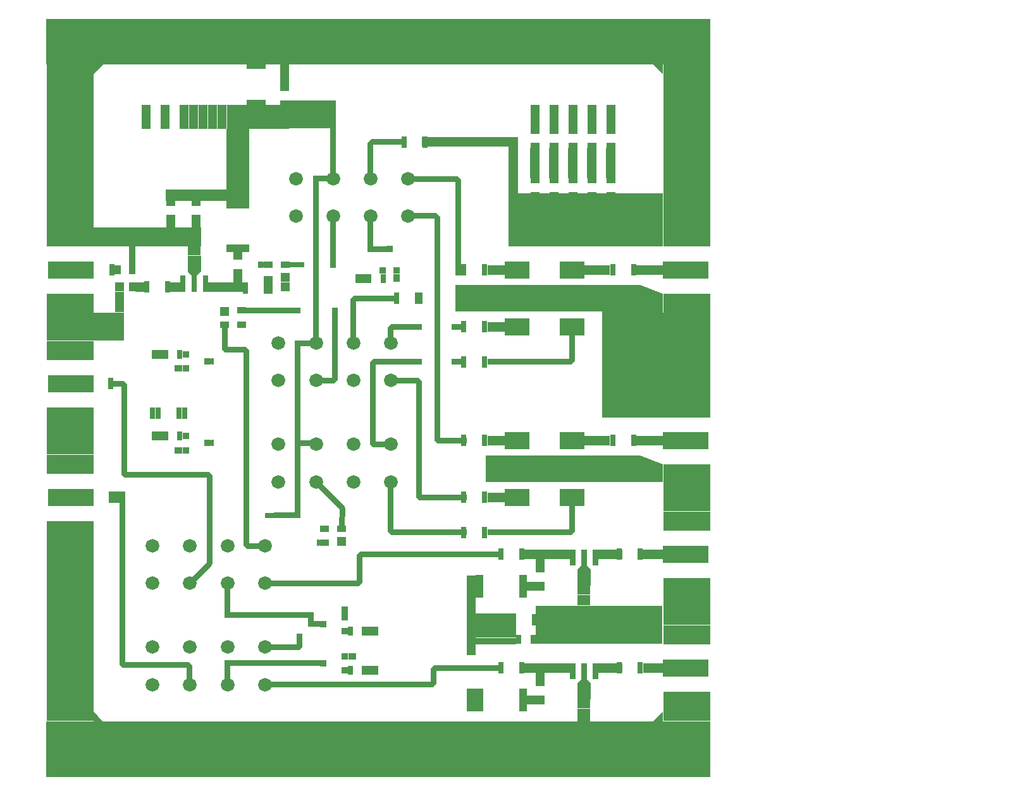
<source format=gbr>
G04 ===== Begin FILE IDENTIFICATION =====*
G04 File Format:  Gerber RS274X*
G04 ===== End FILE IDENTIFICATION =====*
%FSLAX26Y26*%
%MOIN*%
%SFA1.0000B1.0000*%
%OFA0.0B0.0*%
%ADD14R,0.040000X0.120000*%
%ADD15R,0.035000X0.050000*%
%ADD16R,0.050000X0.050000*%
%ADD17R,0.250000X0.100000*%
%ADD18R,0.050000X0.035000*%
%ADD19R,0.120000X0.040000*%
%ADD20C,0.030000*%
%ADD21R,0.030000X0.060000*%
%ADD22R,0.050000X0.025000*%
%ADD23R,0.050000X0.125000*%
%ADD24R,0.100000X0.030000*%
%ADD25C,0.050000*%
%ADD26R,0.036000X0.032000*%
%ADD27R,0.032000X0.036000*%
%ADD28R,0.025000X0.050000*%
%ADD29C,0.072000*%
%ADD30R,0.017500X0.035000*%
%ADD31R,0.029993X0.060000*%
%ADD32R,0.017831X0.032000*%
%ADD33R,0.015000X0.060000*%
%ADD34R,0.216750X0.036008*%
%ADD35R,0.050000X0.060000*%
%ADD36R,0.050000X0.030000*%
%ADD37R,0.090000X0.030000*%
%ADD38R,0.320000X0.005000*%
%ADD39R,0.050000X0.361000*%
%ADD40R,0.050000X0.120000*%
%ADD41R,0.050000X0.061250*%
%ADD42R,0.250000X0.055250*%
%ADD43R,3.500000X0.294750*%
%ADD44R,0.250000X0.150000*%
%ADD45R,3.500000X0.240000*%
%ADD46R,0.085000X0.060000*%
%ADD47R,0.030000X0.035000*%
%ADD48R,0.032000X0.041951*%
%ADD49R,0.041951X0.032000*%
%ADD50R,0.200000X0.150000*%
%ADD51R,0.096750X0.050000*%
%ADD52R,0.060000X0.050000*%
%ADD53R,0.250000X0.955250*%
%ADD54R,0.050000X0.045000*%
%ADD55R,0.050000X0.040000*%
%ADD56R,0.070000X0.055000*%
%ADD57R,0.070000X0.065250*%
%ADD58R,0.330000X0.125000*%
%ADD59R,0.216750X0.125000*%
%ADD60R,0.070000X0.050000*%
%ADD61R,0.050000X0.115000*%
%ADD62R,0.035000X0.100000*%
%ADD63R,0.220000X0.100000*%
%ADD64R,0.671250X0.205000*%
%ADD65R,0.346000X0.100000*%
%ADD66R,0.100000X0.280250*%
%ADD67R,0.665000X0.280250*%
%ADD68R,0.250000X0.860000*%
%ADD69R,0.247254X0.150000*%
%ADD70R,0.120250X0.320000*%
%ADD71R,0.440500X0.060000*%
%ADD72R,0.050000X0.110000*%
%LNpc1*%
%IPPOS*%
%LPD*%
G75*
G36*
G01X766000Y2645000D02*
G01X746000Y2665000D01*
G01Y2750000D01*
G01X816000D01*
G01Y2665000D01*
G01X794000Y2645000D01*
G01X766000D01*
G37*
G36*
G01X766000Y2560000D02*
G01Y2645000D01*
G01X794000D01*
G01Y2560000D01*
G01X766000D01*
G37*
G36*
G01X826000Y2560000D02*
G01Y2645000D01*
G01X854000D01*
G01Y2560000D01*
G01X826000D01*
G37*
G36*
G01X706000Y2560000D02*
G01Y2645000D01*
G01X734000D01*
G01Y2560000D01*
G01X706000D01*
G37*
D14*
X2512000Y1005000D03*
X2282000D03*
D15*
X452500Y2585000D03*
D16*
X385000D03*
D15*
X452500Y2675000D03*
X377500D03*
G36*
G01X2415000Y2595000D02*
G01X2835000D01*
G01Y2455000D01*
G01X2415000D01*
G01Y2595000D01*
G37*
G36*
G01X2705000Y2720000D02*
G01X2835000D01*
G01Y2630000D01*
G01X2705000D01*
G01Y2720000D01*
G37*
G36*
G01X2705000Y2420000D02*
G01X2835000D01*
G01Y2330000D01*
G01X2705000D01*
G01Y2420000D01*
G37*
G36*
G01X2415000Y2420000D02*
G01X2545000D01*
G01Y2330000D01*
G01X2415000D01*
G01Y2420000D01*
G37*
G36*
G01X2415000Y2720000D02*
G01X2545000D01*
G01Y2630000D01*
G01X2415000D01*
G01Y2720000D01*
G37*
D17*
X125000Y1900000D03*
Y2250000D03*
G36*
G01X10000Y2030000D02*
G01Y2120000D01*
G01X250000D01*
G01Y2030000D01*
G01X10000D01*
G37*
D17*
X125000Y2500000D03*
Y2850000D03*
G36*
G01X10000Y2630000D02*
G01Y2720000D01*
G01X250000D01*
G01Y2630000D01*
G01X10000D01*
G37*
D17*
X125000Y1300000D03*
Y1650000D03*
G36*
G01X10000Y1430000D02*
G01Y1520000D01*
G01X250000D01*
G01Y1430000D01*
G01X10000D01*
G37*
D17*
X3375000Y2500000D03*
Y2850000D03*
G36*
G01X3490000Y2630000D02*
G01Y2720000D01*
G01X3250000D01*
G01Y2630000D01*
G01X3490000D01*
G37*
D17*
X3375000Y1600000D03*
Y1950000D03*
G36*
G01X3490000Y1730000D02*
G01Y1820000D01*
G01X3250000D01*
G01Y1730000D01*
G01X3490000D01*
G37*
G36*
G01X2415000Y1695000D02*
G01X2835000D01*
G01Y1555000D01*
G01X2415000D01*
G01Y1695000D01*
G37*
G36*
G01X2705000Y1820000D02*
G01X2835000D01*
G01Y1730000D01*
G01X2705000D01*
G01Y1820000D01*
G37*
G36*
G01X2705000Y1520000D02*
G01X2835000D01*
G01Y1430000D01*
G01X2705000D01*
G01Y1520000D01*
G37*
G36*
G01X2415000Y1520000D02*
G01X2545000D01*
G01Y1430000D01*
G01X2415000D01*
G01Y1520000D01*
G37*
G36*
G01X2415000Y1820000D02*
G01X2545000D01*
G01Y1730000D01*
G01X2415000D01*
G01Y1820000D01*
G37*
D18*
X1260000Y2702500D03*
D16*
Y2635000D03*
D18*
X1170000Y2702500D03*
Y2627500D03*
X1557500Y1310000D03*
D16*
Y1242500D03*
D18*
X1467500Y1310000D03*
Y1235000D03*
X940000Y2387500D03*
D16*
Y2455000D03*
D18*
X1030000Y2387500D03*
Y2462500D03*
D19*
X1010500Y2790000D03*
Y3020000D03*
D20*
X2140000Y3350000D03*
D21*
X640000Y2585000D03*
X530000D03*
D22*
X1011250Y2667500D03*
Y2742500D03*
D21*
X2310000Y1290000D03*
X2200000D03*
D23*
X525000Y3822500D03*
X625000D03*
X725000D03*
X825000D03*
X925000D03*
Y3482500D03*
X825000D03*
X725000D03*
X625000D03*
X525000D03*
X2575000Y3822500D03*
X2675000D03*
X2775000D03*
X2875000D03*
X2975000D03*
Y3482500D03*
X2875000D03*
X2775000D03*
X2675000D03*
X2575000D03*
D20*
X867169Y1762000D03*
G36*
G01X2849000Y515000D02*
G01X2869000Y495000D01*
G01Y410000D01*
G01X2799000D01*
G01Y495000D01*
G01X2821000Y515000D01*
G01X2849000D01*
G37*
G36*
G01X2849000Y600000D02*
G01Y515000D01*
G01X2821000D01*
G01Y600000D01*
G01X2849000D01*
G37*
G36*
G01X2789000Y600000D02*
G01Y515000D01*
G01X2761000D01*
G01Y600000D01*
G01X2789000D01*
G37*
G36*
G01X2909000Y600000D02*
G01Y515000D01*
G01X2881000D01*
G01Y600000D01*
G01X2909000D01*
G37*
D22*
X655000Y2952500D03*
Y3027500D03*
D24*
X1105000Y3560000D03*
Y3750000D03*
D14*
X2512000Y405000D03*
X2282000D03*
D22*
X2975000Y3332500D03*
Y3407500D03*
X2875000Y3332500D03*
Y3407500D03*
X2975000Y3072500D03*
Y3147500D03*
X2875000Y3072500D03*
Y3147500D03*
X1255000Y3557500D03*
Y3632500D03*
X791000Y3027500D03*
Y2952500D03*
D17*
X3375000Y1000000D03*
Y1350000D03*
G36*
G01X3490000Y1130000D02*
G01Y1220000D01*
G01X3250000D01*
G01Y1130000D01*
G01X3490000D01*
G37*
D17*
X3375000Y400000D03*
Y750000D03*
G36*
G01X3490000Y530000D02*
G01Y620000D01*
G01X3250000D01*
G01Y530000D01*
G01X3490000D01*
G37*
D20*
X1715470Y562500D03*
D21*
X345000Y1475000D03*
X235000D03*
X2310000Y1775000D03*
X2200000D03*
G36*
G01X2849000Y1115000D02*
G01X2869000Y1095000D01*
G01Y1010000D01*
G01X2799000D01*
G01Y1095000D01*
G01X2821000Y1115000D01*
G01X2849000D01*
G37*
G36*
G01X2849000Y1200000D02*
G01Y1115000D01*
G01X2821000D01*
G01Y1200000D01*
G01X2849000D01*
G37*
G36*
G01X2789000Y1200000D02*
G01Y1115000D01*
G01X2761000D01*
G01Y1200000D01*
G01X2789000D01*
G37*
G36*
G01X2909000Y1200000D02*
G01Y1115000D01*
G01X2881000D01*
G01Y1200000D01*
G01X2909000D01*
G37*
D25*
X2975000Y3245000D03*
D20*
X690218Y1724500D03*
X1137518Y2703014D03*
D21*
X3130000Y575000D03*
X3020000D03*
D25*
X2575000Y3245000D03*
D21*
X3095000Y1775000D03*
X2985000D03*
D20*
X1442500Y1235000D03*
X1335000Y740000D03*
X1215000Y1380000D03*
D26*
X735169Y2156500D03*
X849169Y2194000D03*
X735169Y2231500D03*
D27*
X1847500Y2672500D03*
X1810000Y2786500D03*
X1772500Y2672500D03*
D25*
X2240000Y970000D03*
D20*
X690218Y2156500D03*
X867169Y2194000D03*
D28*
X1603000Y562500D03*
X1678000D03*
D22*
X2603750Y492500D03*
Y417500D03*
D26*
X1572500Y637500D03*
X1458500Y600000D03*
X1572500Y562500D03*
D25*
X2240000Y1040000D03*
D26*
X1572500Y844500D03*
X1458500Y807000D03*
X1572500Y769500D03*
D21*
X2310000Y1475000D03*
X2200000D03*
X2310000Y2675000D03*
X2200000D03*
X2310000Y2190000D03*
X2200000D03*
X2310000Y2375000D03*
X2200000D03*
D20*
X1965000Y2190000D03*
X2150000D03*
X1965000Y2375000D03*
X2150000D03*
X1617451Y637500D03*
X1574500Y887451D03*
X1847500Y2627549D03*
D21*
X340000Y2075000D03*
X230000D03*
D28*
X629669Y1799500D03*
X704669D03*
D26*
X735169Y1724500D03*
X849169Y1762000D03*
X735169Y1799500D03*
D28*
X629669Y2231500D03*
X704669D03*
D20*
X1325000Y2462500D03*
D21*
X1955000Y2525000D03*
X1845000D03*
D20*
X1520000Y2462500D03*
D29*
X1152000Y1022250D03*
X955000D03*
X758000D03*
X561000D03*
X1152000Y1219250D03*
X955000D03*
X758000D03*
X561000D03*
D22*
X2575000Y3332500D03*
Y3407500D03*
D21*
X3095000Y2675000D03*
X2985000D03*
D28*
X2566250Y725000D03*
X2491250D03*
D21*
X2573750Y831008D03*
X2463750D03*
D22*
X2603750Y1092500D03*
Y1017500D03*
D28*
X1776000Y2629500D03*
X1701000D03*
D20*
X50000Y1775000D03*
D21*
X2505000Y575000D03*
X2395000D03*
D20*
X2850000Y147375D03*
X225000Y1775000D03*
X2650000Y147375D03*
D29*
X1815662Y2092202D03*
X1618662D03*
X1421662D03*
X1224662D03*
X1815662Y2289202D03*
X1618662D03*
X1421662D03*
X1224662D03*
D20*
X2450000Y147375D03*
D29*
X1815662Y1558202D03*
X1618662D03*
X1421662D03*
X1224662D03*
X1815662Y1755202D03*
X1618662D03*
X1421662D03*
X1224662D03*
D20*
X2250000Y147375D03*
X450000D03*
D25*
X2875000Y3245000D03*
D20*
X650000Y147375D03*
D25*
X2775000Y3245000D03*
D20*
X850000Y147375D03*
X250000Y2375000D03*
X1050000Y147375D03*
X50000Y2375000D03*
X125000Y1150000D03*
X2050000Y147375D03*
X125000Y950000D03*
X1850000Y147375D03*
X125000Y750000D03*
X1650000Y147375D03*
X125000Y550000D03*
X1450000Y147375D03*
X125000Y350000D03*
X1250000Y147375D03*
X3050000D03*
X2628750Y814500D03*
X2828750Y802500D03*
X3028750D03*
X3228750D03*
X2775000Y1625000D03*
X2975000D03*
X3175000D03*
X3450000Y1475000D03*
X3300000D03*
X3405000Y2430000D03*
Y2230000D03*
Y2030000D03*
Y2920000D03*
Y3120000D03*
Y3320000D03*
Y3520000D03*
X3150000Y3880000D03*
X2950000D03*
X2750000D03*
X2550000D03*
X2350000D03*
X2150000D03*
X1950000D03*
X1750000D03*
X1550000D03*
X1350000D03*
X1150000D03*
X950000D03*
X750000D03*
X550000D03*
X350000D03*
X135000Y3660000D03*
Y3460000D03*
Y3260000D03*
Y3060000D03*
X250000Y2850000D03*
X450000D03*
X650000D03*
D21*
X3130000Y1175000D03*
X3020000D03*
X2505000D03*
X2395000D03*
D20*
X1512254Y2702500D03*
X1345000D03*
D22*
X2775000Y3072500D03*
Y3147500D03*
D20*
X2535000Y2925000D03*
X2715000D03*
X2935000D03*
X3135000D03*
D22*
X2675000Y3072500D03*
Y3147500D03*
X2775000Y3332500D03*
Y3407500D03*
D20*
X3135000Y1947625D03*
D22*
X2675000Y3332500D03*
Y3407500D03*
D25*
Y3245000D03*
D20*
X2825000Y2525000D03*
X2975000D03*
X3175000D03*
X3300000Y875000D03*
X3450000D03*
X3405000Y3720000D03*
D29*
X1152000Y488250D03*
X955000D03*
X758000D03*
X561000D03*
X1152000Y685250D03*
X955000D03*
X758000D03*
X561000D03*
D22*
X2575000Y3072500D03*
Y3147500D03*
D20*
X1260000Y2580000D03*
D25*
X1380000Y3495000D03*
X1455000D03*
X2240000Y682592D03*
Y370000D03*
Y440000D03*
D21*
X345000Y2675000D03*
X235000D03*
D20*
X559999Y1920241D03*
D29*
X1906254Y2961046D03*
X1709254D03*
X1512254D03*
X1315254D03*
X1906254Y3158046D03*
X1709254D03*
X1512254D03*
X1315254D03*
D20*
X730000Y1920000D03*
D28*
X1603000Y769500D03*
X1678000D03*
D21*
X1885000Y3350000D03*
X1995000D03*
D20*
X1970000Y2525000D03*
X1165000Y1380000D03*
D21*
X1160000Y2580000D03*
X1050000D03*
D20*
X2330000Y3350000D03*
X2170000Y2565000D03*
Y2485000D03*
X2330000Y1665000D03*
Y1585000D03*
D21*
X700000Y1920000D03*
X590000D03*
D20*
X1715500Y769500D03*
X590000Y1797500D03*
X592169Y2231500D03*
X1663500Y2629500D03*
X1562500Y1242500D03*
X1457500Y1310000D03*
X1040000Y2387500D03*
X930000Y2455000D03*
G36*
G01X355000Y2060000D02*
G01X395000D01*
G01Y1598000D01*
G01X413000Y1580000D01*
G01X845000D01*
G01Y1485000D01*
G01Y1470000D01*
G01X875000D01*
G01Y1485000D01*
G01Y1592000D01*
G01X857000Y1610000D01*
G01X425000D01*
G01Y2072000D01*
G01X407000Y2090000D01*
G01X355000D01*
G01X340000D01*
G01Y2060000D01*
G01X355000D01*
G37*
G36*
G01X1505000Y2462500D02*
G01Y2107202D01*
G01X1421662D01*
G01X1406662D01*
G01Y2077202D01*
G01X1421662D01*
G01X1517000D01*
G01X1535000Y2095202D01*
G01Y2462500D01*
G01Y2477500D01*
G01X1505000D01*
G01Y2462500D01*
G37*
G36*
G01X1040000Y2447500D02*
G01Y2477500D01*
G01X1340000D01*
G01Y2447500D01*
G01X1040000D01*
G37*
G36*
G01X385000Y1440000D02*
G01Y593000D01*
G01X403000Y575000D01*
G01X740000D01*
G01Y488250D01*
G01Y473250D01*
G01X770000D01*
G01Y488250D01*
G01Y587000D01*
G01X752000Y605000D01*
G01X415000D01*
G01Y1440000D01*
G01Y1455000D01*
G01X385000D01*
G01Y1440000D01*
G37*
G36*
G01X845000Y1485000D02*
G01Y1131213D01*
G01X744393Y1030607D01*
G01X733787Y1020000D01*
G01X755000Y998787D01*
G01X765607Y1009393D01*
G01X869000Y1112787D01*
G01X875000Y1127272D01*
G01Y1485000D01*
G01Y1500000D01*
G01X845000D01*
G01Y1485000D01*
G37*
G36*
G01X925000Y2370000D02*
G01Y2258000D01*
G01X943000Y2240000D01*
G01X1040000D01*
G01Y1222250D01*
G01X1058000Y1204250D01*
G01X1152000D01*
G01X1167000D01*
G01Y1234250D01*
G01X1152000D01*
G01X1070000D01*
G01Y2252000D01*
G01X1052000Y2270000D01*
G01X955000D01*
G01Y2370000D01*
G01Y2385000D01*
G01X925000D01*
G01Y2370000D01*
G37*
D30*
X1433750Y1235000D03*
D21*
X730000Y1920000D03*
D31*
X560003D03*
G36*
G01X1421662Y2304202D02*
G01X1310000D01*
G01Y1745000D01*
G01X1421662D01*
G01X1436662D01*
G01Y1775000D01*
G01X1421662D01*
G01X1340000D01*
G01Y2274202D01*
G01X1421662D01*
G01X1436662D01*
G01Y2304202D01*
G01X1421662D01*
G37*
G36*
G01X1512254Y3173046D02*
G01X1406662D01*
G01Y2289202D01*
G01Y2274202D01*
G01X1436662D01*
G01Y2289202D01*
G01Y3143046D01*
G01X1512254D01*
G01X1527254D01*
G01Y3173046D01*
G01X1512254D01*
G37*
G36*
G01X1497254Y2961046D02*
G01Y2702500D01*
G01Y2687500D01*
G01X1527254D01*
G01Y2702500D01*
G01Y2961046D01*
G01Y2976046D01*
G01X1497254D01*
G01Y2961046D01*
G37*
G36*
G01X2315000Y1555000D02*
G01Y1695000D01*
G01X2415000D01*
G01Y1555000D01*
G01X2315000D01*
G37*
D32*
X876085Y1762000D03*
D33*
X1977500Y2525000D03*
G36*
G01X2155000Y2455000D02*
G01Y2595000D01*
G01X2415000D01*
G01Y2455000D01*
G01X2155000D01*
G37*
D34*
X2370375Y718004D03*
G36*
G01X1694254Y2961046D02*
G01Y2771500D01*
G01X1794000D01*
G01X1809000D01*
G01Y2801500D01*
G01X1794000D01*
G01X1724254D01*
G01Y2961046D01*
G01Y2976046D01*
G01X1694254D01*
G01Y2961046D01*
G37*
G36*
G01X1440500Y822000D02*
G01X1410000D01*
G01Y870000D01*
G01X970000D01*
G01Y1022250D01*
G01Y1037250D01*
G01X940000D01*
G01Y1022250D01*
G01Y840000D01*
G01X1380000D01*
G01Y792000D01*
G01X1440500D01*
G01X1455500D01*
G01Y822000D01*
G01X1440500D01*
G37*
G36*
G01X1830000Y2540000D02*
G01X1621662D01*
G01X1603662Y2522000D01*
G01Y2289202D01*
G01Y2274202D01*
G01X1633662D01*
G01Y2289202D01*
G01Y2510000D01*
G01X1830000D01*
G01X1845000D01*
G01Y2540000D01*
G01X1830000D01*
G37*
D35*
X1170000Y2580000D03*
D36*
X1175000Y1380000D03*
D16*
X1260000Y2585000D03*
G36*
G01X1572495Y1327095D02*
G01X1574946Y1417782D01*
G01X1569325Y1431889D01*
G01X1430607Y1570607D01*
G01X1420000Y1581213D01*
G01X1398787Y1560000D01*
G01X1409393Y1549393D01*
G01X1544831Y1413956D01*
G01X1542505Y1327905D01*
G01X1542100Y1312911D01*
G01X1572089Y1312100D01*
G01X1572495Y1327095D01*
G37*
G36*
G01X1800662Y2274202D02*
G01X1830662D01*
G01Y2360000D01*
G01X1980000D01*
G01Y2390000D01*
G01X1818662D01*
G01X1800662Y2372000D01*
G01Y2274202D01*
G37*
D37*
X1315000Y2702500D03*
G36*
G01X3250000Y294750D02*
G01Y345000D01*
G01X3199978Y294750D01*
G01X3250000D01*
G37*
G36*
G01X250000Y294750D02*
G01Y345000D01*
G01X296015Y294750D01*
G01X250000D01*
G37*
G36*
G01X3250000Y3760000D02*
G01X3200000D01*
G01X3250000Y3710000D01*
G01Y3760000D01*
G37*
G36*
G01X250000Y3760000D02*
G01Y3710000D01*
G01X300000Y3760000D01*
G01X250000D01*
G37*
G36*
G01X2750000Y3160000D02*
G01Y3245000D01*
G01X2800000D01*
G01Y3160000D01*
G01X2750000D01*
G37*
G36*
G01X2650000Y3160000D02*
G01Y3245000D01*
G01X2700000D01*
G01Y3160000D01*
G01X2650000D01*
G37*
G36*
G01X2650000Y3245000D02*
G01Y3320000D01*
G01X2700000D01*
G01Y3245000D01*
G01X2650000D01*
G37*
G36*
G01X1152000Y1007250D02*
G01X1647000D01*
G01X1665000Y1025250D01*
G01Y1160000D01*
G01X2395000D01*
G01X2410000D01*
G01Y1190000D01*
G01X2395000D01*
G01X1653000D01*
G01X1635000Y1172000D01*
G01Y1037250D01*
G01X1152000D01*
G01X1137000D01*
G01Y1007250D01*
G01X1152000D01*
G37*
G36*
G01X2325000Y2350000D02*
G01Y2400000D01*
G01X2415000D01*
G01Y2350000D01*
G01X2325000D01*
G37*
D23*
X775000Y3482500D03*
G36*
G01X1310000Y1760000D02*
G01Y1395000D01*
G01X1215000D01*
G01X1200000D01*
G01Y1365000D01*
G01X1215000D01*
G01X1340000D01*
G01Y1760000D01*
G01Y1775000D01*
G01X1310000D01*
G01Y1760000D01*
G37*
G36*
G01X1870000Y3365000D02*
G01X1712254D01*
G01X1694254Y3347000D01*
G01Y3158046D01*
G01Y3143046D01*
G01X1724254D01*
G01Y3158046D01*
G01Y3335000D01*
G01X1870000D01*
G01X1885000D01*
G01Y3365000D01*
G01X1870000D01*
G37*
G36*
G01X2325000Y1450000D02*
G01Y1500000D01*
G01X2415000D01*
G01Y1450000D01*
G01X2325000D01*
G37*
D38*
X3090000Y2452500D03*
D39*
X2240000Y884500D03*
D40*
Y405000D03*
D41*
Y673375D03*
G36*
G01X1907507Y3141092D02*
G01X2155000D01*
G01Y2660000D01*
G01Y2645000D01*
G01X2185000D01*
G01Y2660000D01*
G01Y3153092D01*
G01X2167000Y3171092D01*
G01X1907507D01*
G01X1892507D01*
G01Y3141092D01*
G01X1907507D01*
G37*
G36*
G01X1906254Y2946046D02*
G01X2045000D01*
G01Y1778000D01*
G01X2063000Y1760000D01*
G01X2200000D01*
G01X2215000D01*
G01Y1790000D01*
G01X2200000D01*
G01X2075000D01*
G01Y2958046D01*
G01X2057000Y2976046D01*
G01X1906254D01*
G01X1891254D01*
G01Y2946046D01*
G01X1906254D01*
G37*
G36*
G01X1440500Y615000D02*
G01X940000D01*
G01Y488250D01*
G01Y473250D01*
G01X970000D01*
G01Y488250D01*
G01Y585000D01*
G01X1440500D01*
G01X1455500D01*
G01Y615000D01*
G01X1440500D01*
G37*
G36*
G01X1152000Y473250D02*
G01X2037000D01*
G01X2055000Y491250D01*
G01Y560000D01*
G01X2395000D01*
G01X2410000D01*
G01Y590000D01*
G01X2395000D01*
G01X2043000D01*
G01X2025000Y572000D01*
G01Y503250D01*
G01X1152000D01*
G01X1137000D01*
G01Y473250D01*
G01X1152000D01*
G37*
G36*
G01X2150000Y2175000D02*
G01X2195000D01*
G01X2210000D01*
G01Y2205000D01*
G01X2195000D01*
G01X2150000D01*
G01X2135000D01*
G01Y2175000D01*
G01X2150000D01*
G37*
G36*
G01X2150000Y2360000D02*
G01X2195000D01*
G01X2210000D01*
G01Y2390000D01*
G01X2195000D01*
G01X2150000D01*
G01X2135000D01*
G01Y2360000D01*
G01X2150000D01*
G37*
G36*
G01X1527254Y3158046D02*
G01Y3450000D01*
G01Y3465000D01*
G01X1497254D01*
G01Y3450000D01*
G01Y3158046D01*
G01Y3143046D01*
G01X1527254D01*
G01Y3158046D01*
G37*
G36*
G01X1815662Y2077202D02*
G01X1950000D01*
G01Y1478000D01*
G01X1968000Y1460000D01*
G01X2200000D01*
G01X2215000D01*
G01Y1490000D01*
G01X2200000D01*
G01X1980000D01*
G01Y2089202D01*
G01X1962000Y2107202D01*
G01X1815662D01*
G01X1800662D01*
G01Y2077202D01*
G01X1815662D01*
G37*
G36*
G01X2340000Y1275000D02*
G01X2767000D01*
G01X2785000Y1293000D01*
G01Y1425000D01*
G01Y1440000D01*
G01X2755000D01*
G01Y1425000D01*
G01Y1305000D01*
G01X2340000D01*
G01X2325000D01*
G01Y1275000D01*
G01X2340000D01*
G37*
G36*
G01X2340000Y2175000D02*
G01X2767000D01*
G01X2785000Y2193000D01*
G01Y2325000D01*
G01Y2340000D01*
G01X2755000D01*
G01Y2325000D01*
G01Y2205000D01*
G01X2340000D01*
G01X2325000D01*
G01Y2175000D01*
G01X2340000D01*
G37*
G36*
G01X2325000Y1750000D02*
G01Y1800000D01*
G01X2415000D01*
G01Y1750000D01*
G01X2325000D01*
G37*
G36*
G01X1800662Y1558202D02*
G01Y1293000D01*
G01X1818662Y1275000D01*
G01X2200000D01*
G01X2215000D01*
G01Y1305000D01*
G01X2200000D01*
G01X1830662D01*
G01Y1558202D01*
G01Y1573202D01*
G01X1800662D01*
G01Y1558202D01*
G37*
G36*
G01X2325000Y2650000D02*
G01Y2700000D01*
G01X2415000D01*
G01Y2650000D01*
G01X2325000D01*
G37*
G36*
G01X1705000Y1758202D02*
G01X1723000Y1740202D01*
G01X1830662D01*
G01Y1770202D01*
G01X1735000D01*
G01Y2175000D01*
G01X1980000D01*
G01Y2205000D01*
G01X1723000D01*
G01X1705000Y2187000D01*
G01Y1758202D01*
G37*
D42*
X3375000Y322375D03*
D43*
X1750000Y147375D03*
D44*
X3375000Y875000D03*
D45*
X1750000Y3880000D03*
G36*
G01X3035000Y600000D02*
G01Y550000D01*
G01X2909000D01*
G01Y600000D01*
G01X3035000D01*
G37*
G36*
G01X2795000Y1750000D02*
G01X2945000D01*
G01X2970000D01*
G01Y1800000D01*
G01X2945000D01*
G01X2795000D01*
G01X2770000D01*
G01Y1750000D01*
G01X2795000D01*
G37*
G36*
G01X3140000Y1150000D02*
G01X3250000D01*
G01X3275000D01*
G01Y1200000D01*
G01X3250000D01*
G01X3140000D01*
G01X3115000D01*
G01Y1150000D01*
G01X3140000D01*
G37*
D46*
X372500Y1475000D03*
D44*
X125000Y1775000D03*
D47*
X1130000Y2702500D03*
D48*
X1574500Y881476D03*
D49*
X696194Y2156500D03*
D44*
X3375000Y1475000D03*
D50*
X310000Y2375000D03*
G36*
G01X2550000Y3160000D02*
G01Y3245000D01*
G01X2600000D01*
G01Y3160000D01*
G01X2550000D01*
G37*
G36*
G01X1152000Y670250D02*
G01X1332000D01*
G01X1350000Y688250D01*
G01Y740000D01*
G01Y755000D01*
G01X1320000D01*
G01Y740000D01*
G01Y700250D01*
G01X1152000D01*
G01X1137000D01*
G01Y670250D01*
G01X1152000D01*
G37*
G36*
G01X3135000Y2650000D02*
G01X3250000D01*
G01X3275000D01*
G01Y2700000D01*
G01X3250000D01*
G01X3135000D01*
G01X3110000D01*
G01Y2650000D01*
G01X3135000D01*
G37*
G36*
G01X2795000Y2650000D02*
G01X2945000D01*
G01X2970000D01*
G01Y2700000D01*
G01X2945000D01*
G01X2795000D01*
G01X2770000D01*
G01Y2650000D01*
G01X2795000D01*
G37*
G36*
G01X2761000Y1200000D02*
G01Y1150000D01*
G01X2520000D01*
G01Y1200000D01*
G01X2761000D01*
G37*
D51*
X2580375Y1005000D03*
D48*
X1847500Y2633524D03*
D52*
X1658500Y2629500D03*
X587169Y2231500D03*
X1720500Y769500D03*
Y562500D03*
D32*
X876085Y2194000D03*
D53*
X125000Y772375D03*
D54*
X2603750Y527500D03*
D51*
X2580375Y405000D03*
D55*
X791000Y2920000D03*
G36*
G01X2850000Y3160000D02*
G01Y3245000D01*
G01X2900000D01*
G01Y3160000D01*
G01X2850000D01*
G37*
G36*
G01X2950000Y3160000D02*
G01Y3245000D01*
G01X3000000D01*
G01Y3160000D01*
G01X2950000D01*
G37*
G36*
G01X2950000Y3245000D02*
G01Y3320000D01*
G01X3000000D01*
G01Y3245000D01*
G01X2950000D01*
G37*
G36*
G01X2850000Y3245000D02*
G01Y3320000D01*
G01X2900000D01*
G01Y3245000D01*
G01X2850000D01*
G37*
D56*
X2834000Y932500D03*
G36*
G01X3035000Y1200000D02*
G01Y1150000D01*
G01X2909000D01*
G01Y1200000D01*
G01X3035000D01*
G37*
D57*
X2834000Y327375D03*
D52*
X587169Y1799500D03*
D58*
X1115000Y3482500D03*
D54*
X2603750Y1127500D03*
G36*
G01X2761000Y600000D02*
G01Y550000D01*
G01X2520000D01*
G01Y600000D01*
G01X2761000D01*
G37*
D59*
X2370375Y798508D03*
D60*
X2834000Y985000D03*
D49*
X696194Y1724500D03*
D23*
X875000Y3482500D03*
D60*
X2834000Y385000D03*
D61*
X1255000Y3702500D03*
D60*
X781000Y2775000D03*
G36*
G01X2930000Y1895000D02*
G01Y2450000D01*
G01X3500000D01*
G01Y1895000D01*
G01X2930000D01*
G37*
G36*
G01X2905000Y1695000D02*
G01X3128500D01*
G01X3250000Y1650000D01*
G01Y1555000D01*
G01X2905000D01*
G01Y1695000D01*
G37*
G36*
G01X2905000Y2595000D02*
G01X3128500D01*
G01X3250000Y2550000D01*
G01Y2455000D01*
G01X2905000D01*
G01Y2595000D01*
G37*
G36*
G01X2550000Y3245000D02*
G01Y3320000D01*
G01X2600000D01*
G01Y3245000D01*
G01X2550000D01*
G37*
G36*
G01X2005000Y3325000D02*
G01X2435000D01*
G01Y2825000D01*
G01Y2800000D01*
G01X2485000D01*
G01Y2825000D01*
G01Y3375000D01*
G01X2005000D01*
G01X1980000D01*
G01Y3325000D01*
G01X2005000D01*
G37*
D62*
X452500Y2750000D03*
D63*
X360000Y2850000D03*
G36*
G01X2750000Y3245000D02*
G01Y3320000D01*
G01X2800000D01*
G01Y3245000D01*
G01X2750000D01*
G37*
G36*
G01X2795000Y1555000D02*
G01Y1695000D01*
G01X2905000D01*
G01Y1555000D01*
G01X2795000D01*
G37*
G36*
G01X2795000Y2455000D02*
G01Y2595000D01*
G01X2905000D01*
G01Y2455000D01*
G01X2795000D01*
G37*
D64*
X2914375Y802500D03*
G36*
G01X625000Y2560000D02*
G01Y2610000D01*
G01X706000D01*
G01Y2560000D01*
G01X625000D01*
G37*
D49*
X1611476Y637500D03*
D65*
X643000Y2850000D03*
D66*
X2535000Y2940125D03*
D67*
X2917500D03*
D68*
X125000Y3330000D03*
D69*
X1403627Y3495000D03*
D68*
X3375000Y3330000D03*
G36*
G01X986250Y2755000D02*
G01Y2810000D01*
G01X1034750D01*
G01Y2755000D01*
G01X986250D01*
G37*
D54*
X1011250Y2632500D03*
G36*
G01X854000Y2560000D02*
G01Y2610000D01*
G01X1045000D01*
G01Y2560000D01*
G01X854000D01*
G37*
G36*
G01X470000Y2560000D02*
G01Y2610000D01*
G01X515000D01*
G01Y2560000D01*
G01X470000D01*
G37*
D70*
X1010375Y3260000D03*
D55*
X655000Y2920000D03*
D71*
X850250Y3070000D03*
G36*
G01X3135000Y1750000D02*
G01X3250000D01*
G01X3275000D01*
G01Y1800000D01*
G01X3250000D01*
G01X3135000D01*
G01X3110000D01*
G01Y1750000D01*
G01X3135000D01*
G37*
G36*
G01X3170000Y550000D02*
G01X3250000D01*
G01X3275000D01*
G01Y600000D01*
G01X3250000D01*
G01X3170000D01*
G01X3145000D01*
G01Y550000D01*
G01X3170000D01*
G37*
D72*
X385000Y2505000D03*
D44*
X125000Y2375000D03*
M02*


</source>
